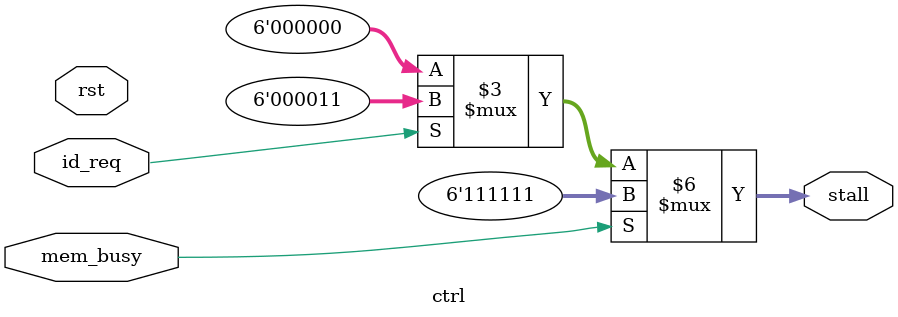
<source format=v>
`timescale 1ns / 1ps
`include "defines.vh"

module ctrl(
		input wire		rst,

		//	request from combination circuit
		input wire		id_req,
		input wire		mem_busy,

		//	stall signals sent to buffer
		output reg[5:0] stall
	);

	always @ (*)
	begin
		if (mem_busy) begin
			stall <= 6'b111111;
		end else if (id_req) begin
			stall <= 6'b000011;
		end else begin
			stall <= 6'b000000;
		end
	end

endmodule

</source>
